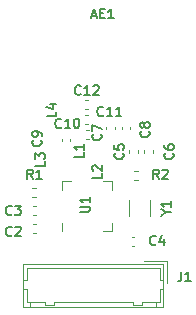
<source format=gbr>
%TF.GenerationSoftware,KiCad,Pcbnew,7.0.5*%
%TF.CreationDate,2024-06-04T21:33:16-04:00*%
%TF.ProjectId,Prueba kicad,50727565-6261-4206-9b69-6361642e6b69,rev?*%
%TF.SameCoordinates,Original*%
%TF.FileFunction,Legend,Top*%
%TF.FilePolarity,Positive*%
%FSLAX46Y46*%
G04 Gerber Fmt 4.6, Leading zero omitted, Abs format (unit mm)*
G04 Created by KiCad (PCBNEW 7.0.5) date 2024-06-04 21:33:16*
%MOMM*%
%LPD*%
G01*
G04 APERTURE LIST*
%ADD10C,0.200000*%
%ADD11C,0.100000*%
G04 APERTURE END LIST*
D10*
%TO.C,R2*%
X126358667Y-101197695D02*
X126092000Y-100816742D01*
X125901524Y-101197695D02*
X125901524Y-100397695D01*
X125901524Y-100397695D02*
X126206286Y-100397695D01*
X126206286Y-100397695D02*
X126282476Y-100435790D01*
X126282476Y-100435790D02*
X126320571Y-100473885D01*
X126320571Y-100473885D02*
X126358667Y-100550076D01*
X126358667Y-100550076D02*
X126358667Y-100664361D01*
X126358667Y-100664361D02*
X126320571Y-100740552D01*
X126320571Y-100740552D02*
X126282476Y-100778647D01*
X126282476Y-100778647D02*
X126206286Y-100816742D01*
X126206286Y-100816742D02*
X125901524Y-100816742D01*
X126663428Y-100473885D02*
X126701524Y-100435790D01*
X126701524Y-100435790D02*
X126777714Y-100397695D01*
X126777714Y-100397695D02*
X126968190Y-100397695D01*
X126968190Y-100397695D02*
X127044381Y-100435790D01*
X127044381Y-100435790D02*
X127082476Y-100473885D01*
X127082476Y-100473885D02*
X127120571Y-100550076D01*
X127120571Y-100550076D02*
X127120571Y-100626266D01*
X127120571Y-100626266D02*
X127082476Y-100740552D01*
X127082476Y-100740552D02*
X126625333Y-101197695D01*
X126625333Y-101197695D02*
X127120571Y-101197695D01*
%TO.C,C11*%
X121659714Y-95787504D02*
X121621618Y-95825600D01*
X121621618Y-95825600D02*
X121507333Y-95863695D01*
X121507333Y-95863695D02*
X121431142Y-95863695D01*
X121431142Y-95863695D02*
X121316856Y-95825600D01*
X121316856Y-95825600D02*
X121240666Y-95749409D01*
X121240666Y-95749409D02*
X121202571Y-95673219D01*
X121202571Y-95673219D02*
X121164475Y-95520838D01*
X121164475Y-95520838D02*
X121164475Y-95406552D01*
X121164475Y-95406552D02*
X121202571Y-95254171D01*
X121202571Y-95254171D02*
X121240666Y-95177980D01*
X121240666Y-95177980D02*
X121316856Y-95101790D01*
X121316856Y-95101790D02*
X121431142Y-95063695D01*
X121431142Y-95063695D02*
X121507333Y-95063695D01*
X121507333Y-95063695D02*
X121621618Y-95101790D01*
X121621618Y-95101790D02*
X121659714Y-95139885D01*
X122421618Y-95863695D02*
X121964475Y-95863695D01*
X122193047Y-95863695D02*
X122193047Y-95063695D01*
X122193047Y-95063695D02*
X122116856Y-95177980D01*
X122116856Y-95177980D02*
X122040666Y-95254171D01*
X122040666Y-95254171D02*
X121964475Y-95292266D01*
X123183523Y-95863695D02*
X122726380Y-95863695D01*
X122954952Y-95863695D02*
X122954952Y-95063695D01*
X122954952Y-95063695D02*
X122878761Y-95177980D01*
X122878761Y-95177980D02*
X122802571Y-95254171D01*
X122802571Y-95254171D02*
X122726380Y-95292266D01*
%TO.C,C5*%
X123329504Y-99007332D02*
X123367600Y-99045428D01*
X123367600Y-99045428D02*
X123405695Y-99159713D01*
X123405695Y-99159713D02*
X123405695Y-99235904D01*
X123405695Y-99235904D02*
X123367600Y-99350190D01*
X123367600Y-99350190D02*
X123291409Y-99426380D01*
X123291409Y-99426380D02*
X123215219Y-99464475D01*
X123215219Y-99464475D02*
X123062838Y-99502571D01*
X123062838Y-99502571D02*
X122948552Y-99502571D01*
X122948552Y-99502571D02*
X122796171Y-99464475D01*
X122796171Y-99464475D02*
X122719980Y-99426380D01*
X122719980Y-99426380D02*
X122643790Y-99350190D01*
X122643790Y-99350190D02*
X122605695Y-99235904D01*
X122605695Y-99235904D02*
X122605695Y-99159713D01*
X122605695Y-99159713D02*
X122643790Y-99045428D01*
X122643790Y-99045428D02*
X122681885Y-99007332D01*
X122605695Y-98283523D02*
X122605695Y-98664475D01*
X122605695Y-98664475D02*
X122986647Y-98702571D01*
X122986647Y-98702571D02*
X122948552Y-98664475D01*
X122948552Y-98664475D02*
X122910457Y-98588285D01*
X122910457Y-98588285D02*
X122910457Y-98397809D01*
X122910457Y-98397809D02*
X122948552Y-98321618D01*
X122948552Y-98321618D02*
X122986647Y-98283523D01*
X122986647Y-98283523D02*
X123062838Y-98245428D01*
X123062838Y-98245428D02*
X123253314Y-98245428D01*
X123253314Y-98245428D02*
X123329504Y-98283523D01*
X123329504Y-98283523D02*
X123367600Y-98321618D01*
X123367600Y-98321618D02*
X123405695Y-98397809D01*
X123405695Y-98397809D02*
X123405695Y-98588285D01*
X123405695Y-98588285D02*
X123367600Y-98664475D01*
X123367600Y-98664475D02*
X123329504Y-98702571D01*
%TO.C,C7*%
X121441504Y-97415332D02*
X121479600Y-97453428D01*
X121479600Y-97453428D02*
X121517695Y-97567713D01*
X121517695Y-97567713D02*
X121517695Y-97643904D01*
X121517695Y-97643904D02*
X121479600Y-97758190D01*
X121479600Y-97758190D02*
X121403409Y-97834380D01*
X121403409Y-97834380D02*
X121327219Y-97872475D01*
X121327219Y-97872475D02*
X121174838Y-97910571D01*
X121174838Y-97910571D02*
X121060552Y-97910571D01*
X121060552Y-97910571D02*
X120908171Y-97872475D01*
X120908171Y-97872475D02*
X120831980Y-97834380D01*
X120831980Y-97834380D02*
X120755790Y-97758190D01*
X120755790Y-97758190D02*
X120717695Y-97643904D01*
X120717695Y-97643904D02*
X120717695Y-97567713D01*
X120717695Y-97567713D02*
X120755790Y-97453428D01*
X120755790Y-97453428D02*
X120793885Y-97415332D01*
X120717695Y-97148666D02*
X120717695Y-96615332D01*
X120717695Y-96615332D02*
X121517695Y-96958190D01*
%TO.C,Y1*%
X126978742Y-104032951D02*
X127359695Y-104032951D01*
X126559695Y-104299618D02*
X126978742Y-104032951D01*
X126978742Y-104032951D02*
X126559695Y-103766285D01*
X127359695Y-103080571D02*
X127359695Y-103537714D01*
X127359695Y-103309142D02*
X126559695Y-103309142D01*
X126559695Y-103309142D02*
X126673980Y-103385333D01*
X126673980Y-103385333D02*
X126750171Y-103461523D01*
X126750171Y-103461523D02*
X126788266Y-103537714D01*
%TO.C,C10*%
X118103714Y-96803504D02*
X118065618Y-96841600D01*
X118065618Y-96841600D02*
X117951333Y-96879695D01*
X117951333Y-96879695D02*
X117875142Y-96879695D01*
X117875142Y-96879695D02*
X117760856Y-96841600D01*
X117760856Y-96841600D02*
X117684666Y-96765409D01*
X117684666Y-96765409D02*
X117646571Y-96689219D01*
X117646571Y-96689219D02*
X117608475Y-96536838D01*
X117608475Y-96536838D02*
X117608475Y-96422552D01*
X117608475Y-96422552D02*
X117646571Y-96270171D01*
X117646571Y-96270171D02*
X117684666Y-96193980D01*
X117684666Y-96193980D02*
X117760856Y-96117790D01*
X117760856Y-96117790D02*
X117875142Y-96079695D01*
X117875142Y-96079695D02*
X117951333Y-96079695D01*
X117951333Y-96079695D02*
X118065618Y-96117790D01*
X118065618Y-96117790D02*
X118103714Y-96155885D01*
X118865618Y-96879695D02*
X118408475Y-96879695D01*
X118637047Y-96879695D02*
X118637047Y-96079695D01*
X118637047Y-96079695D02*
X118560856Y-96193980D01*
X118560856Y-96193980D02*
X118484666Y-96270171D01*
X118484666Y-96270171D02*
X118408475Y-96308266D01*
X119360857Y-96079695D02*
X119437047Y-96079695D01*
X119437047Y-96079695D02*
X119513238Y-96117790D01*
X119513238Y-96117790D02*
X119551333Y-96155885D01*
X119551333Y-96155885D02*
X119589428Y-96232076D01*
X119589428Y-96232076D02*
X119627523Y-96384457D01*
X119627523Y-96384457D02*
X119627523Y-96574933D01*
X119627523Y-96574933D02*
X119589428Y-96727314D01*
X119589428Y-96727314D02*
X119551333Y-96803504D01*
X119551333Y-96803504D02*
X119513238Y-96841600D01*
X119513238Y-96841600D02*
X119437047Y-96879695D01*
X119437047Y-96879695D02*
X119360857Y-96879695D01*
X119360857Y-96879695D02*
X119284666Y-96841600D01*
X119284666Y-96841600D02*
X119246571Y-96803504D01*
X119246571Y-96803504D02*
X119208476Y-96727314D01*
X119208476Y-96727314D02*
X119170380Y-96574933D01*
X119170380Y-96574933D02*
X119170380Y-96384457D01*
X119170380Y-96384457D02*
X119208476Y-96232076D01*
X119208476Y-96232076D02*
X119246571Y-96155885D01*
X119246571Y-96155885D02*
X119284666Y-96117790D01*
X119284666Y-96117790D02*
X119360857Y-96079695D01*
%TO.C,C6*%
X127537504Y-99007332D02*
X127575600Y-99045428D01*
X127575600Y-99045428D02*
X127613695Y-99159713D01*
X127613695Y-99159713D02*
X127613695Y-99235904D01*
X127613695Y-99235904D02*
X127575600Y-99350190D01*
X127575600Y-99350190D02*
X127499409Y-99426380D01*
X127499409Y-99426380D02*
X127423219Y-99464475D01*
X127423219Y-99464475D02*
X127270838Y-99502571D01*
X127270838Y-99502571D02*
X127156552Y-99502571D01*
X127156552Y-99502571D02*
X127004171Y-99464475D01*
X127004171Y-99464475D02*
X126927980Y-99426380D01*
X126927980Y-99426380D02*
X126851790Y-99350190D01*
X126851790Y-99350190D02*
X126813695Y-99235904D01*
X126813695Y-99235904D02*
X126813695Y-99159713D01*
X126813695Y-99159713D02*
X126851790Y-99045428D01*
X126851790Y-99045428D02*
X126889885Y-99007332D01*
X126813695Y-98321618D02*
X126813695Y-98473999D01*
X126813695Y-98473999D02*
X126851790Y-98550190D01*
X126851790Y-98550190D02*
X126889885Y-98588285D01*
X126889885Y-98588285D02*
X127004171Y-98664475D01*
X127004171Y-98664475D02*
X127156552Y-98702571D01*
X127156552Y-98702571D02*
X127461314Y-98702571D01*
X127461314Y-98702571D02*
X127537504Y-98664475D01*
X127537504Y-98664475D02*
X127575600Y-98626380D01*
X127575600Y-98626380D02*
X127613695Y-98550190D01*
X127613695Y-98550190D02*
X127613695Y-98397809D01*
X127613695Y-98397809D02*
X127575600Y-98321618D01*
X127575600Y-98321618D02*
X127537504Y-98283523D01*
X127537504Y-98283523D02*
X127461314Y-98245428D01*
X127461314Y-98245428D02*
X127270838Y-98245428D01*
X127270838Y-98245428D02*
X127194647Y-98283523D01*
X127194647Y-98283523D02*
X127156552Y-98321618D01*
X127156552Y-98321618D02*
X127118457Y-98397809D01*
X127118457Y-98397809D02*
X127118457Y-98550190D01*
X127118457Y-98550190D02*
X127156552Y-98626380D01*
X127156552Y-98626380D02*
X127194647Y-98664475D01*
X127194647Y-98664475D02*
X127270838Y-98702571D01*
%TO.C,L1*%
X119993695Y-98939333D02*
X119993695Y-99320285D01*
X119993695Y-99320285D02*
X119193695Y-99320285D01*
X119993695Y-98253619D02*
X119993695Y-98710762D01*
X119993695Y-98482190D02*
X119193695Y-98482190D01*
X119193695Y-98482190D02*
X119307980Y-98558381D01*
X119307980Y-98558381D02*
X119384171Y-98634571D01*
X119384171Y-98634571D02*
X119422266Y-98710762D01*
%TO.C,C4*%
X126104667Y-106709504D02*
X126066571Y-106747600D01*
X126066571Y-106747600D02*
X125952286Y-106785695D01*
X125952286Y-106785695D02*
X125876095Y-106785695D01*
X125876095Y-106785695D02*
X125761809Y-106747600D01*
X125761809Y-106747600D02*
X125685619Y-106671409D01*
X125685619Y-106671409D02*
X125647524Y-106595219D01*
X125647524Y-106595219D02*
X125609428Y-106442838D01*
X125609428Y-106442838D02*
X125609428Y-106328552D01*
X125609428Y-106328552D02*
X125647524Y-106176171D01*
X125647524Y-106176171D02*
X125685619Y-106099980D01*
X125685619Y-106099980D02*
X125761809Y-106023790D01*
X125761809Y-106023790D02*
X125876095Y-105985695D01*
X125876095Y-105985695D02*
X125952286Y-105985695D01*
X125952286Y-105985695D02*
X126066571Y-106023790D01*
X126066571Y-106023790D02*
X126104667Y-106061885D01*
X126790381Y-106252361D02*
X126790381Y-106785695D01*
X126599905Y-105947600D02*
X126409428Y-106519028D01*
X126409428Y-106519028D02*
X126904667Y-106519028D01*
%TO.C,AE1*%
X120679166Y-87361123D02*
X121060119Y-87361123D01*
X120602976Y-87589695D02*
X120869643Y-86789695D01*
X120869643Y-86789695D02*
X121136309Y-87589695D01*
X121402976Y-87170647D02*
X121669642Y-87170647D01*
X121783928Y-87589695D02*
X121402976Y-87589695D01*
X121402976Y-87589695D02*
X121402976Y-86789695D01*
X121402976Y-86789695D02*
X121783928Y-86789695D01*
X122545833Y-87589695D02*
X122088690Y-87589695D01*
X122317262Y-87589695D02*
X122317262Y-86789695D01*
X122317262Y-86789695D02*
X122241071Y-86903980D01*
X122241071Y-86903980D02*
X122164881Y-86980171D01*
X122164881Y-86980171D02*
X122088690Y-87018266D01*
%TO.C,L4*%
X117690695Y-95497333D02*
X117690695Y-95878285D01*
X117690695Y-95878285D02*
X116890695Y-95878285D01*
X117157361Y-94887809D02*
X117690695Y-94887809D01*
X116852600Y-95078285D02*
X117424028Y-95268762D01*
X117424028Y-95268762D02*
X117424028Y-94773523D01*
%TO.C,C9*%
X116361504Y-97923332D02*
X116399600Y-97961428D01*
X116399600Y-97961428D02*
X116437695Y-98075713D01*
X116437695Y-98075713D02*
X116437695Y-98151904D01*
X116437695Y-98151904D02*
X116399600Y-98266190D01*
X116399600Y-98266190D02*
X116323409Y-98342380D01*
X116323409Y-98342380D02*
X116247219Y-98380475D01*
X116247219Y-98380475D02*
X116094838Y-98418571D01*
X116094838Y-98418571D02*
X115980552Y-98418571D01*
X115980552Y-98418571D02*
X115828171Y-98380475D01*
X115828171Y-98380475D02*
X115751980Y-98342380D01*
X115751980Y-98342380D02*
X115675790Y-98266190D01*
X115675790Y-98266190D02*
X115637695Y-98151904D01*
X115637695Y-98151904D02*
X115637695Y-98075713D01*
X115637695Y-98075713D02*
X115675790Y-97961428D01*
X115675790Y-97961428D02*
X115713885Y-97923332D01*
X116437695Y-97542380D02*
X116437695Y-97389999D01*
X116437695Y-97389999D02*
X116399600Y-97313809D01*
X116399600Y-97313809D02*
X116361504Y-97275713D01*
X116361504Y-97275713D02*
X116247219Y-97199523D01*
X116247219Y-97199523D02*
X116094838Y-97161428D01*
X116094838Y-97161428D02*
X115790076Y-97161428D01*
X115790076Y-97161428D02*
X115713885Y-97199523D01*
X115713885Y-97199523D02*
X115675790Y-97237618D01*
X115675790Y-97237618D02*
X115637695Y-97313809D01*
X115637695Y-97313809D02*
X115637695Y-97466190D01*
X115637695Y-97466190D02*
X115675790Y-97542380D01*
X115675790Y-97542380D02*
X115713885Y-97580475D01*
X115713885Y-97580475D02*
X115790076Y-97618571D01*
X115790076Y-97618571D02*
X115980552Y-97618571D01*
X115980552Y-97618571D02*
X116056742Y-97580475D01*
X116056742Y-97580475D02*
X116094838Y-97542380D01*
X116094838Y-97542380D02*
X116132933Y-97466190D01*
X116132933Y-97466190D02*
X116132933Y-97313809D01*
X116132933Y-97313809D02*
X116094838Y-97237618D01*
X116094838Y-97237618D02*
X116056742Y-97199523D01*
X116056742Y-97199523D02*
X115980552Y-97161428D01*
%TO.C,C2*%
X113912667Y-105947504D02*
X113874571Y-105985600D01*
X113874571Y-105985600D02*
X113760286Y-106023695D01*
X113760286Y-106023695D02*
X113684095Y-106023695D01*
X113684095Y-106023695D02*
X113569809Y-105985600D01*
X113569809Y-105985600D02*
X113493619Y-105909409D01*
X113493619Y-105909409D02*
X113455524Y-105833219D01*
X113455524Y-105833219D02*
X113417428Y-105680838D01*
X113417428Y-105680838D02*
X113417428Y-105566552D01*
X113417428Y-105566552D02*
X113455524Y-105414171D01*
X113455524Y-105414171D02*
X113493619Y-105337980D01*
X113493619Y-105337980D02*
X113569809Y-105261790D01*
X113569809Y-105261790D02*
X113684095Y-105223695D01*
X113684095Y-105223695D02*
X113760286Y-105223695D01*
X113760286Y-105223695D02*
X113874571Y-105261790D01*
X113874571Y-105261790D02*
X113912667Y-105299885D01*
X114217428Y-105299885D02*
X114255524Y-105261790D01*
X114255524Y-105261790D02*
X114331714Y-105223695D01*
X114331714Y-105223695D02*
X114522190Y-105223695D01*
X114522190Y-105223695D02*
X114598381Y-105261790D01*
X114598381Y-105261790D02*
X114636476Y-105299885D01*
X114636476Y-105299885D02*
X114674571Y-105376076D01*
X114674571Y-105376076D02*
X114674571Y-105452266D01*
X114674571Y-105452266D02*
X114636476Y-105566552D01*
X114636476Y-105566552D02*
X114179333Y-106023695D01*
X114179333Y-106023695D02*
X114674571Y-106023695D01*
%TO.C,L2*%
X121517695Y-100717333D02*
X121517695Y-101098285D01*
X121517695Y-101098285D02*
X120717695Y-101098285D01*
X120793885Y-100488762D02*
X120755790Y-100450666D01*
X120755790Y-100450666D02*
X120717695Y-100374476D01*
X120717695Y-100374476D02*
X120717695Y-100184000D01*
X120717695Y-100184000D02*
X120755790Y-100107809D01*
X120755790Y-100107809D02*
X120793885Y-100069714D01*
X120793885Y-100069714D02*
X120870076Y-100031619D01*
X120870076Y-100031619D02*
X120946266Y-100031619D01*
X120946266Y-100031619D02*
X121060552Y-100069714D01*
X121060552Y-100069714D02*
X121517695Y-100526857D01*
X121517695Y-100526857D02*
X121517695Y-100031619D01*
%TO.C,C12*%
X119736714Y-94002504D02*
X119698618Y-94040600D01*
X119698618Y-94040600D02*
X119584333Y-94078695D01*
X119584333Y-94078695D02*
X119508142Y-94078695D01*
X119508142Y-94078695D02*
X119393856Y-94040600D01*
X119393856Y-94040600D02*
X119317666Y-93964409D01*
X119317666Y-93964409D02*
X119279571Y-93888219D01*
X119279571Y-93888219D02*
X119241475Y-93735838D01*
X119241475Y-93735838D02*
X119241475Y-93621552D01*
X119241475Y-93621552D02*
X119279571Y-93469171D01*
X119279571Y-93469171D02*
X119317666Y-93392980D01*
X119317666Y-93392980D02*
X119393856Y-93316790D01*
X119393856Y-93316790D02*
X119508142Y-93278695D01*
X119508142Y-93278695D02*
X119584333Y-93278695D01*
X119584333Y-93278695D02*
X119698618Y-93316790D01*
X119698618Y-93316790D02*
X119736714Y-93354885D01*
X120498618Y-94078695D02*
X120041475Y-94078695D01*
X120270047Y-94078695D02*
X120270047Y-93278695D01*
X120270047Y-93278695D02*
X120193856Y-93392980D01*
X120193856Y-93392980D02*
X120117666Y-93469171D01*
X120117666Y-93469171D02*
X120041475Y-93507266D01*
X120803380Y-93354885D02*
X120841476Y-93316790D01*
X120841476Y-93316790D02*
X120917666Y-93278695D01*
X120917666Y-93278695D02*
X121108142Y-93278695D01*
X121108142Y-93278695D02*
X121184333Y-93316790D01*
X121184333Y-93316790D02*
X121222428Y-93354885D01*
X121222428Y-93354885D02*
X121260523Y-93431076D01*
X121260523Y-93431076D02*
X121260523Y-93507266D01*
X121260523Y-93507266D02*
X121222428Y-93621552D01*
X121222428Y-93621552D02*
X120765285Y-94078695D01*
X120765285Y-94078695D02*
X121260523Y-94078695D01*
%TO.C,C8*%
X125505504Y-97161332D02*
X125543600Y-97199428D01*
X125543600Y-97199428D02*
X125581695Y-97313713D01*
X125581695Y-97313713D02*
X125581695Y-97389904D01*
X125581695Y-97389904D02*
X125543600Y-97504190D01*
X125543600Y-97504190D02*
X125467409Y-97580380D01*
X125467409Y-97580380D02*
X125391219Y-97618475D01*
X125391219Y-97618475D02*
X125238838Y-97656571D01*
X125238838Y-97656571D02*
X125124552Y-97656571D01*
X125124552Y-97656571D02*
X124972171Y-97618475D01*
X124972171Y-97618475D02*
X124895980Y-97580380D01*
X124895980Y-97580380D02*
X124819790Y-97504190D01*
X124819790Y-97504190D02*
X124781695Y-97389904D01*
X124781695Y-97389904D02*
X124781695Y-97313713D01*
X124781695Y-97313713D02*
X124819790Y-97199428D01*
X124819790Y-97199428D02*
X124857885Y-97161332D01*
X125124552Y-96704190D02*
X125086457Y-96780380D01*
X125086457Y-96780380D02*
X125048361Y-96818475D01*
X125048361Y-96818475D02*
X124972171Y-96856571D01*
X124972171Y-96856571D02*
X124934076Y-96856571D01*
X124934076Y-96856571D02*
X124857885Y-96818475D01*
X124857885Y-96818475D02*
X124819790Y-96780380D01*
X124819790Y-96780380D02*
X124781695Y-96704190D01*
X124781695Y-96704190D02*
X124781695Y-96551809D01*
X124781695Y-96551809D02*
X124819790Y-96475618D01*
X124819790Y-96475618D02*
X124857885Y-96437523D01*
X124857885Y-96437523D02*
X124934076Y-96399428D01*
X124934076Y-96399428D02*
X124972171Y-96399428D01*
X124972171Y-96399428D02*
X125048361Y-96437523D01*
X125048361Y-96437523D02*
X125086457Y-96475618D01*
X125086457Y-96475618D02*
X125124552Y-96551809D01*
X125124552Y-96551809D02*
X125124552Y-96704190D01*
X125124552Y-96704190D02*
X125162647Y-96780380D01*
X125162647Y-96780380D02*
X125200742Y-96818475D01*
X125200742Y-96818475D02*
X125276933Y-96856571D01*
X125276933Y-96856571D02*
X125429314Y-96856571D01*
X125429314Y-96856571D02*
X125505504Y-96818475D01*
X125505504Y-96818475D02*
X125543600Y-96780380D01*
X125543600Y-96780380D02*
X125581695Y-96704190D01*
X125581695Y-96704190D02*
X125581695Y-96551809D01*
X125581695Y-96551809D02*
X125543600Y-96475618D01*
X125543600Y-96475618D02*
X125505504Y-96437523D01*
X125505504Y-96437523D02*
X125429314Y-96399428D01*
X125429314Y-96399428D02*
X125276933Y-96399428D01*
X125276933Y-96399428D02*
X125200742Y-96437523D01*
X125200742Y-96437523D02*
X125162647Y-96475618D01*
X125162647Y-96475618D02*
X125124552Y-96551809D01*
%TO.C,L3*%
X116691695Y-99701333D02*
X116691695Y-100082285D01*
X116691695Y-100082285D02*
X115891695Y-100082285D01*
X115891695Y-99510857D02*
X115891695Y-99015619D01*
X115891695Y-99015619D02*
X116196457Y-99282285D01*
X116196457Y-99282285D02*
X116196457Y-99168000D01*
X116196457Y-99168000D02*
X116234552Y-99091809D01*
X116234552Y-99091809D02*
X116272647Y-99053714D01*
X116272647Y-99053714D02*
X116348838Y-99015619D01*
X116348838Y-99015619D02*
X116539314Y-99015619D01*
X116539314Y-99015619D02*
X116615504Y-99053714D01*
X116615504Y-99053714D02*
X116653600Y-99091809D01*
X116653600Y-99091809D02*
X116691695Y-99168000D01*
X116691695Y-99168000D02*
X116691695Y-99396571D01*
X116691695Y-99396571D02*
X116653600Y-99472762D01*
X116653600Y-99472762D02*
X116615504Y-99510857D01*
%TO.C,U1*%
X119701695Y-103987523D02*
X120349314Y-103987523D01*
X120349314Y-103987523D02*
X120425504Y-103949428D01*
X120425504Y-103949428D02*
X120463600Y-103911333D01*
X120463600Y-103911333D02*
X120501695Y-103835142D01*
X120501695Y-103835142D02*
X120501695Y-103682761D01*
X120501695Y-103682761D02*
X120463600Y-103606571D01*
X120463600Y-103606571D02*
X120425504Y-103568476D01*
X120425504Y-103568476D02*
X120349314Y-103530380D01*
X120349314Y-103530380D02*
X119701695Y-103530380D01*
X120501695Y-102730381D02*
X120501695Y-103187524D01*
X120501695Y-102958952D02*
X119701695Y-102958952D01*
X119701695Y-102958952D02*
X119815980Y-103035143D01*
X119815980Y-103035143D02*
X119892171Y-103111333D01*
X119892171Y-103111333D02*
X119930266Y-103187524D01*
%TO.C,C3*%
X113912667Y-104169504D02*
X113874571Y-104207600D01*
X113874571Y-104207600D02*
X113760286Y-104245695D01*
X113760286Y-104245695D02*
X113684095Y-104245695D01*
X113684095Y-104245695D02*
X113569809Y-104207600D01*
X113569809Y-104207600D02*
X113493619Y-104131409D01*
X113493619Y-104131409D02*
X113455524Y-104055219D01*
X113455524Y-104055219D02*
X113417428Y-103902838D01*
X113417428Y-103902838D02*
X113417428Y-103788552D01*
X113417428Y-103788552D02*
X113455524Y-103636171D01*
X113455524Y-103636171D02*
X113493619Y-103559980D01*
X113493619Y-103559980D02*
X113569809Y-103483790D01*
X113569809Y-103483790D02*
X113684095Y-103445695D01*
X113684095Y-103445695D02*
X113760286Y-103445695D01*
X113760286Y-103445695D02*
X113874571Y-103483790D01*
X113874571Y-103483790D02*
X113912667Y-103521885D01*
X114179333Y-103445695D02*
X114674571Y-103445695D01*
X114674571Y-103445695D02*
X114407905Y-103750457D01*
X114407905Y-103750457D02*
X114522190Y-103750457D01*
X114522190Y-103750457D02*
X114598381Y-103788552D01*
X114598381Y-103788552D02*
X114636476Y-103826647D01*
X114636476Y-103826647D02*
X114674571Y-103902838D01*
X114674571Y-103902838D02*
X114674571Y-104093314D01*
X114674571Y-104093314D02*
X114636476Y-104169504D01*
X114636476Y-104169504D02*
X114598381Y-104207600D01*
X114598381Y-104207600D02*
X114522190Y-104245695D01*
X114522190Y-104245695D02*
X114293619Y-104245695D01*
X114293619Y-104245695D02*
X114217428Y-104207600D01*
X114217428Y-104207600D02*
X114179333Y-104169504D01*
%TO.C,R1*%
X115690667Y-101197695D02*
X115424000Y-100816742D01*
X115233524Y-101197695D02*
X115233524Y-100397695D01*
X115233524Y-100397695D02*
X115538286Y-100397695D01*
X115538286Y-100397695D02*
X115614476Y-100435790D01*
X115614476Y-100435790D02*
X115652571Y-100473885D01*
X115652571Y-100473885D02*
X115690667Y-100550076D01*
X115690667Y-100550076D02*
X115690667Y-100664361D01*
X115690667Y-100664361D02*
X115652571Y-100740552D01*
X115652571Y-100740552D02*
X115614476Y-100778647D01*
X115614476Y-100778647D02*
X115538286Y-100816742D01*
X115538286Y-100816742D02*
X115233524Y-100816742D01*
X116452571Y-101197695D02*
X115995428Y-101197695D01*
X116224000Y-101197695D02*
X116224000Y-100397695D01*
X116224000Y-100397695D02*
X116147809Y-100511980D01*
X116147809Y-100511980D02*
X116071619Y-100588171D01*
X116071619Y-100588171D02*
X115995428Y-100626266D01*
%TO.C,J1*%
X128257333Y-109033695D02*
X128257333Y-109605123D01*
X128257333Y-109605123D02*
X128219238Y-109719409D01*
X128219238Y-109719409D02*
X128143047Y-109795600D01*
X128143047Y-109795600D02*
X128028762Y-109833695D01*
X128028762Y-109833695D02*
X127952571Y-109833695D01*
X129057333Y-109833695D02*
X128600190Y-109833695D01*
X128828762Y-109833695D02*
X128828762Y-109033695D01*
X128828762Y-109033695D02*
X128752571Y-109147980D01*
X128752571Y-109147980D02*
X128676381Y-109224171D01*
X128676381Y-109224171D02*
X128600190Y-109262266D01*
D11*
%TO.C,R2*%
X124306359Y-101258000D02*
X124613641Y-101258000D01*
X124306359Y-100498000D02*
X124613641Y-100498000D01*
%TO.C,C11*%
X120143164Y-96509000D02*
X120358836Y-96509000D01*
X120143164Y-95789000D02*
X120358836Y-95789000D01*
%TO.C,C5*%
X124566000Y-98981836D02*
X124566000Y-98766164D01*
X123846000Y-98981836D02*
X123846000Y-98766164D01*
%TO.C,C7*%
X122643000Y-96990836D02*
X122643000Y-96775164D01*
X121923000Y-96990836D02*
X121923000Y-96775164D01*
%TO.C,Y1*%
X125589000Y-104327000D02*
X125589000Y-102977000D01*
X123839000Y-104327000D02*
X123839000Y-102977000D01*
%TO.C,C10*%
X120199164Y-97779000D02*
X120414836Y-97779000D01*
X120199164Y-97059000D02*
X120414836Y-97059000D01*
%TO.C,C6*%
X125836000Y-98981836D02*
X125836000Y-98766164D01*
X125116000Y-98981836D02*
X125116000Y-98766164D01*
%TO.C,C4*%
X124082164Y-106836000D02*
X124297836Y-106836000D01*
X124082164Y-106116000D02*
X124297836Y-106116000D01*
%TO.C,C9*%
X118141000Y-97791164D02*
X118141000Y-98006836D01*
X118861000Y-97791164D02*
X118861000Y-98006836D01*
%TO.C,C2*%
X115744164Y-105770000D02*
X115959836Y-105770000D01*
X115744164Y-105050000D02*
X115959836Y-105050000D01*
%TO.C,C12*%
X120143164Y-95239000D02*
X120358836Y-95239000D01*
X120143164Y-94519000D02*
X120358836Y-94519000D01*
%TO.C,C8*%
X123941000Y-96990836D02*
X123941000Y-96775164D01*
X123221000Y-96990836D02*
X123221000Y-96775164D01*
%TO.C,U1*%
X122389000Y-101405000D02*
X121664000Y-101405000D01*
X118169000Y-101405000D02*
X118894000Y-101405000D01*
X122389000Y-102130000D02*
X122389000Y-101405000D01*
X118169000Y-102130000D02*
X118169000Y-101405000D01*
X122389000Y-104900000D02*
X122389000Y-105625000D01*
X118169000Y-104900000D02*
X118169000Y-105625000D01*
X122389000Y-105625000D02*
X121664000Y-105625000D01*
%TO.C,C3*%
X115959836Y-103526000D02*
X115744164Y-103526000D01*
X115959836Y-104246000D02*
X115744164Y-104246000D01*
%TO.C,R1*%
X115975641Y-101982000D02*
X115668359Y-101982000D01*
X115975641Y-102742000D02*
X115668359Y-102742000D01*
%TO.C,J1*%
X114902000Y-108428000D02*
X114902000Y-112028000D01*
X114902000Y-110478000D02*
X115202000Y-110478000D01*
X114902000Y-112028000D02*
X126752000Y-112028000D01*
X115202000Y-108728000D02*
X115202000Y-109728000D01*
X115202000Y-109728000D02*
X114902000Y-109728000D01*
X115202000Y-110478000D02*
X115202000Y-111578000D01*
X115202000Y-111578000D02*
X115502000Y-111578000D01*
X115502000Y-111578000D02*
X115502000Y-112028000D01*
X116702000Y-111578000D02*
X115502000Y-111578000D01*
X116702000Y-111878000D02*
X116702000Y-111578000D01*
X117452000Y-111578000D02*
X117452000Y-111878000D01*
X117452000Y-111878000D02*
X116702000Y-111878000D01*
X124202000Y-111578000D02*
X117452000Y-111578000D01*
X124202000Y-111878000D02*
X124202000Y-111578000D01*
X124952000Y-111578000D02*
X124952000Y-111878000D01*
X124952000Y-111878000D02*
X124202000Y-111878000D01*
X126152000Y-111578000D02*
X124952000Y-111578000D01*
X126152000Y-111578000D02*
X126152000Y-112028000D01*
X126452000Y-108728000D02*
X115202000Y-108728000D01*
X126452000Y-109728000D02*
X126452000Y-108728000D01*
X126452000Y-110478000D02*
X126452000Y-111578000D01*
X126452000Y-111578000D02*
X126152000Y-111578000D01*
X126752000Y-108428000D02*
X114902000Y-108428000D01*
X126752000Y-109728000D02*
X126452000Y-109728000D01*
X126752000Y-110478000D02*
X126452000Y-110478000D01*
X126752000Y-112028000D02*
X126752000Y-108428000D01*
X127062000Y-108118000D02*
X125152000Y-108118000D01*
X127062000Y-110028000D02*
X127062000Y-108118000D01*
%TD*%
M02*

</source>
